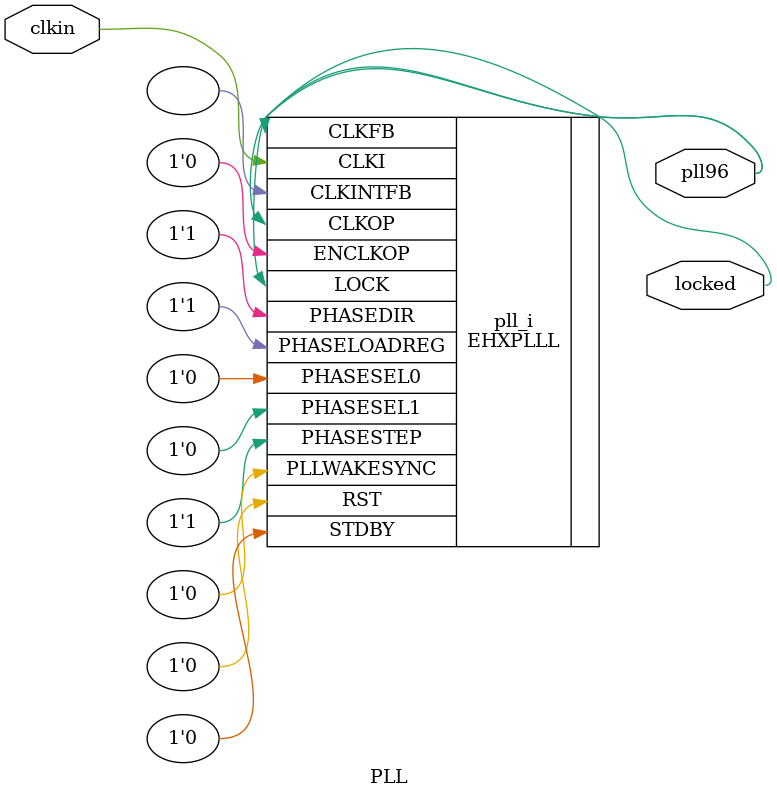
<source format=v>
module PLL
(
    input clkin, // 25 MHz, 0 deg
    output pll96, // 95.8333 MHz, 0 deg
    output locked
);
(* FREQUENCY_PIN_CLKI="25" *)
(* FREQUENCY_PIN_CLKOP="95.8333" *)
(* ICP_CURRENT="12" *) (* LPF_RESISTOR="8" *) (* MFG_ENABLE_FILTEROPAMP="1" *) (* MFG_GMCREF_SEL="2" *)
EHXPLLL #(
        .PLLRST_ENA("DISABLED"),
        .INTFB_WAKE("DISABLED"),
        .STDBY_ENABLE("DISABLED"),
        .DPHASE_SOURCE("DISABLED"),
        .OUTDIVIDER_MUXA("DIVA"),
        .OUTDIVIDER_MUXB("DIVB"),
        .OUTDIVIDER_MUXC("DIVC"),
        .OUTDIVIDER_MUXD("DIVD"),
        .CLKI_DIV(6),
        .CLKOP_ENABLE("ENABLED"),
        .CLKOP_DIV(6),
        .CLKOP_CPHASE(2),
        .CLKOP_FPHASE(0),
        .FEEDBK_PATH("CLKOP"),
        .CLKFB_DIV(23)
    ) pll_i (
        .RST(1'b0),
        .STDBY(1'b0),
        .CLKI(clkin),
        .CLKOP(pll96),
        .CLKFB(pll96),
        .CLKINTFB(),
        .PHASESEL0(1'b0),
        .PHASESEL1(1'b0),
        .PHASEDIR(1'b1),
        .PHASESTEP(1'b1),
        .PHASELOADREG(1'b1),
        .PLLWAKESYNC(1'b0),
        .ENCLKOP(1'b0),
        .LOCK(locked)
	);
endmodule

</source>
